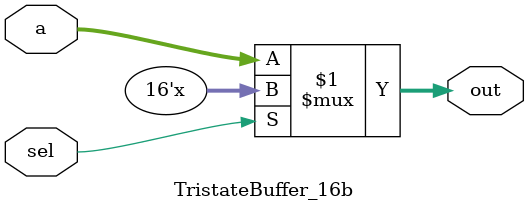
<source format=v>
module TristateBuffer_16b(input [15:0] a, input sel, output [15:0] out);
	assign out = sel? 16'bz : a;
endmodule

</source>
